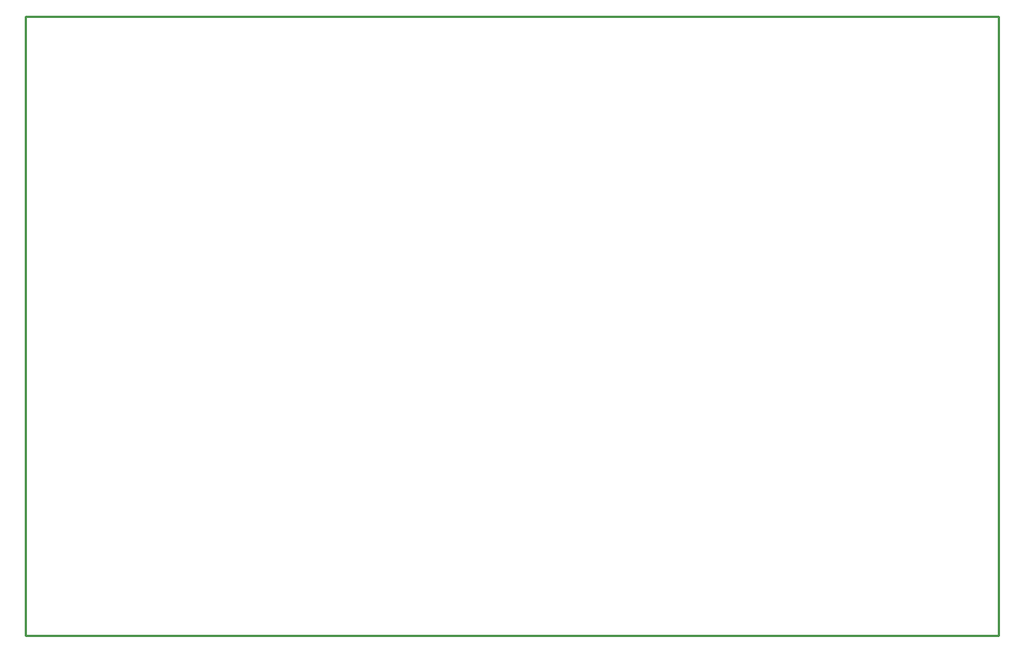
<source format=gko>
G04 Layer_Color=16711935*
%FSLAX25Y25*%
%MOIN*%
G70*
G01*
G75*
%ADD48C,0.01000*%
D48*
X0Y0D02*
Y275590D01*
X433071D01*
Y0D02*
Y275590D01*
X0Y0D02*
X433071D01*
M02*

</source>
